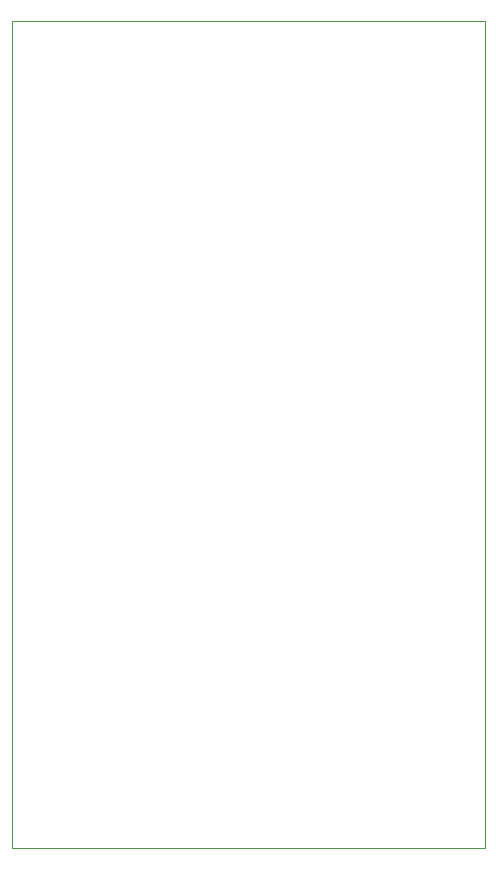
<source format=gbr>
%TF.GenerationSoftware,KiCad,Pcbnew,9.0.3*%
%TF.CreationDate,2025-07-18T22:25:22-07:00*%
%TF.ProjectId,kikard,6b696b61-7264-42e6-9b69-6361645f7063,rev?*%
%TF.SameCoordinates,Original*%
%TF.FileFunction,Profile,NP*%
%FSLAX46Y46*%
G04 Gerber Fmt 4.6, Leading zero omitted, Abs format (unit mm)*
G04 Created by KiCad (PCBNEW 9.0.3) date 2025-07-18 22:25:22*
%MOMM*%
%LPD*%
G01*
G04 APERTURE LIST*
%TA.AperFunction,Profile*%
%ADD10C,0.050000*%
%TD*%
G04 APERTURE END LIST*
D10*
X200000000Y-80000000D02*
X240000000Y-80000000D01*
X240000000Y-150000000D01*
X200000000Y-150000000D01*
X200000000Y-80000000D01*
M02*

</source>
